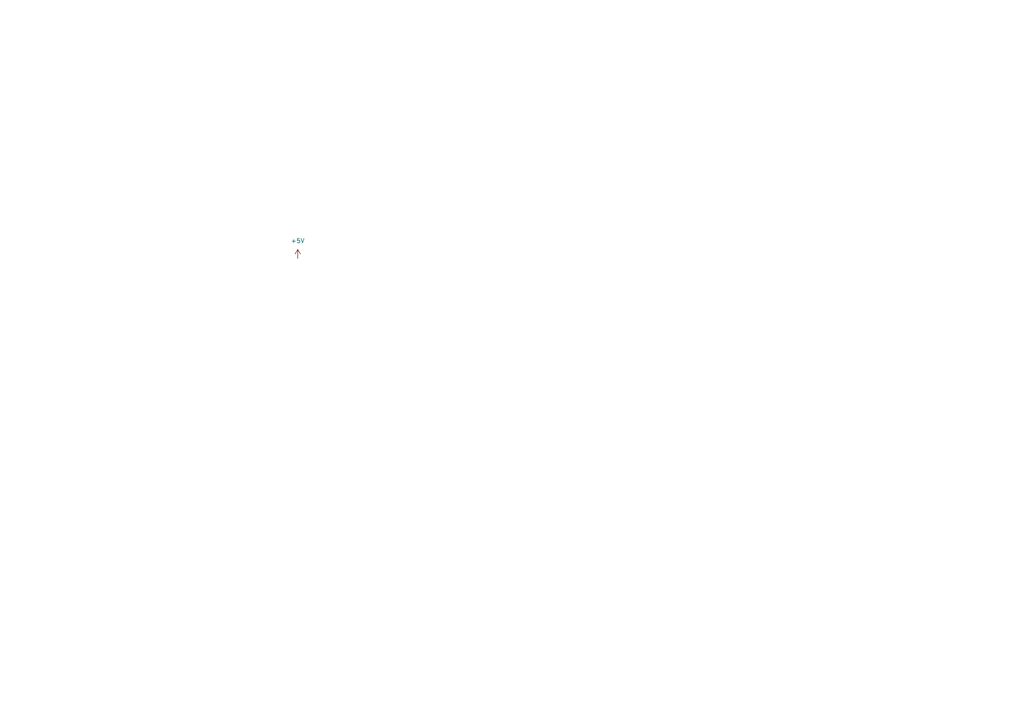
<source format=kicad_sch>
(kicad_sch (version 20231120) (generator "eeschema") (generator_version "8.0")
  (paper "A4")
  (lib_symbols
    (symbol "power:+5V" (power) (pin_numbers hide) (pin_names (offset 0) hide)
      (property "Value" "+5V" (at 0 3.556 0))
      (symbol "+5V_0_1"
        (polyline (pts (xy -0.762 1.27) (xy 0 2.54)))
        (polyline (pts (xy 0 0) (xy 0 2.54)))
        (polyline (pts (xy 0 2.54) (xy 0.762 1.27)))
      )
      (symbol "+5V_1_1"
        (pin power_in line (at 0 0 90) (length 0) (name "~") (number "1"))
      )
    )
  )
  (symbol (lib_id "power:+5V") (at 86.36 74.93 0) (unit 1)
    (property "Reference" "#PWR01" (effects (hide yes)))
    (property "Value" "+5V" (at 86.36 69.85 0))
    (property "Description" "Power symbol creates a global label with name \"+5V\"" (effects (hide yes)))
  )
)
</source>
